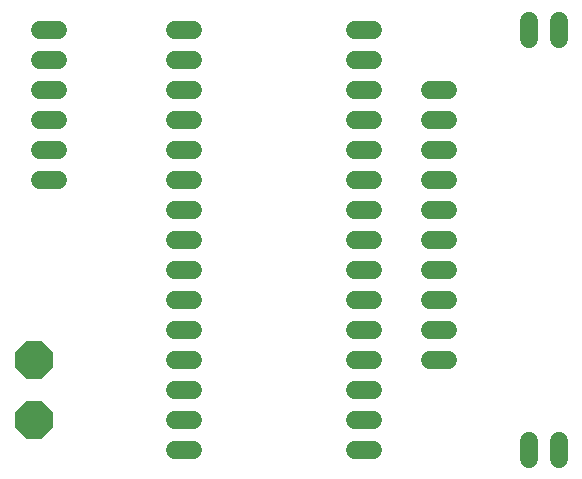
<source format=gbr>
G04 EAGLE Gerber RS-274X export*
G75*
%MOMM*%
%FSLAX34Y34*%
%LPD*%
%INBottom Copper*%
%IPPOS*%
%AMOC8*
5,1,8,0,0,1.08239X$1,22.5*%
G01*
%ADD10C,1.524000*%
%ADD11P,3.409096X8X202.500000*%


D10*
X195580Y431800D02*
X210820Y431800D01*
X210820Y406400D02*
X195580Y406400D01*
X195580Y381000D02*
X210820Y381000D01*
X210820Y355600D02*
X195580Y355600D01*
X195580Y330200D02*
X210820Y330200D01*
X210820Y304800D02*
X195580Y304800D01*
X195580Y279400D02*
X210820Y279400D01*
X210820Y254000D02*
X195580Y254000D01*
X195580Y228600D02*
X210820Y228600D01*
X210820Y203200D02*
X195580Y203200D01*
X195580Y177800D02*
X210820Y177800D01*
X210820Y152400D02*
X195580Y152400D01*
X195580Y127000D02*
X210820Y127000D01*
X210820Y101600D02*
X195580Y101600D01*
X195580Y76200D02*
X210820Y76200D01*
X347980Y431800D02*
X363220Y431800D01*
X363220Y406400D02*
X347980Y406400D01*
X347980Y381000D02*
X363220Y381000D01*
X363220Y355600D02*
X347980Y355600D01*
X347980Y330200D02*
X363220Y330200D01*
X363220Y304800D02*
X347980Y304800D01*
X347980Y279400D02*
X363220Y279400D01*
X363220Y254000D02*
X347980Y254000D01*
X347980Y228600D02*
X363220Y228600D01*
X363220Y203200D02*
X347980Y203200D01*
X347980Y177800D02*
X363220Y177800D01*
X363220Y152400D02*
X347980Y152400D01*
X347980Y127000D02*
X363220Y127000D01*
X363220Y101600D02*
X347980Y101600D01*
X347980Y76200D02*
X363220Y76200D01*
X411480Y330200D02*
X426720Y330200D01*
X426720Y304800D02*
X411480Y304800D01*
X411480Y279400D02*
X426720Y279400D01*
X426720Y254000D02*
X411480Y254000D01*
X411480Y228600D02*
X426720Y228600D01*
X426720Y203200D02*
X411480Y203200D01*
X411480Y177800D02*
X426720Y177800D01*
X426720Y152400D02*
X411480Y152400D01*
X96520Y431800D02*
X81280Y431800D01*
X81280Y406400D02*
X96520Y406400D01*
X96520Y381000D02*
X81280Y381000D01*
X81280Y355600D02*
X96520Y355600D01*
X96520Y330200D02*
X81280Y330200D01*
X81280Y304800D02*
X96520Y304800D01*
D11*
X76200Y152400D03*
X76200Y101600D03*
D10*
X520700Y424180D02*
X520700Y439420D01*
X495300Y439420D02*
X495300Y424180D01*
X495300Y83820D02*
X495300Y68580D01*
X520700Y68580D02*
X520700Y83820D01*
X426720Y381000D02*
X411480Y381000D01*
X411480Y355600D02*
X426720Y355600D01*
M02*

</source>
